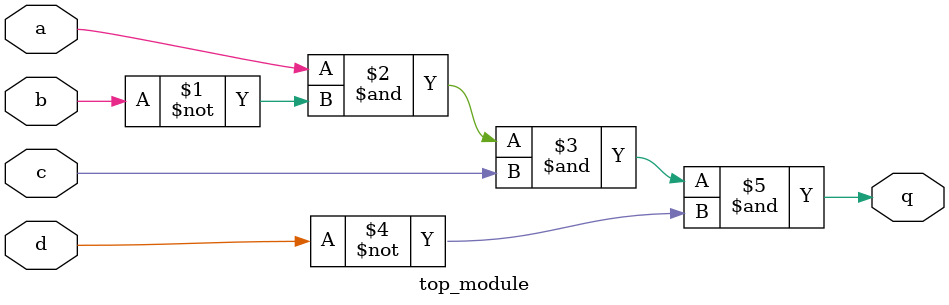
<source format=sv>
module top_module (
	input a, 
	input b, 
	input c, 
	input d,
	output q
);

	// assign q = a & ~b & c & ~d;
	assign q = a & ~b & c & ~d;

endmodule

</source>
